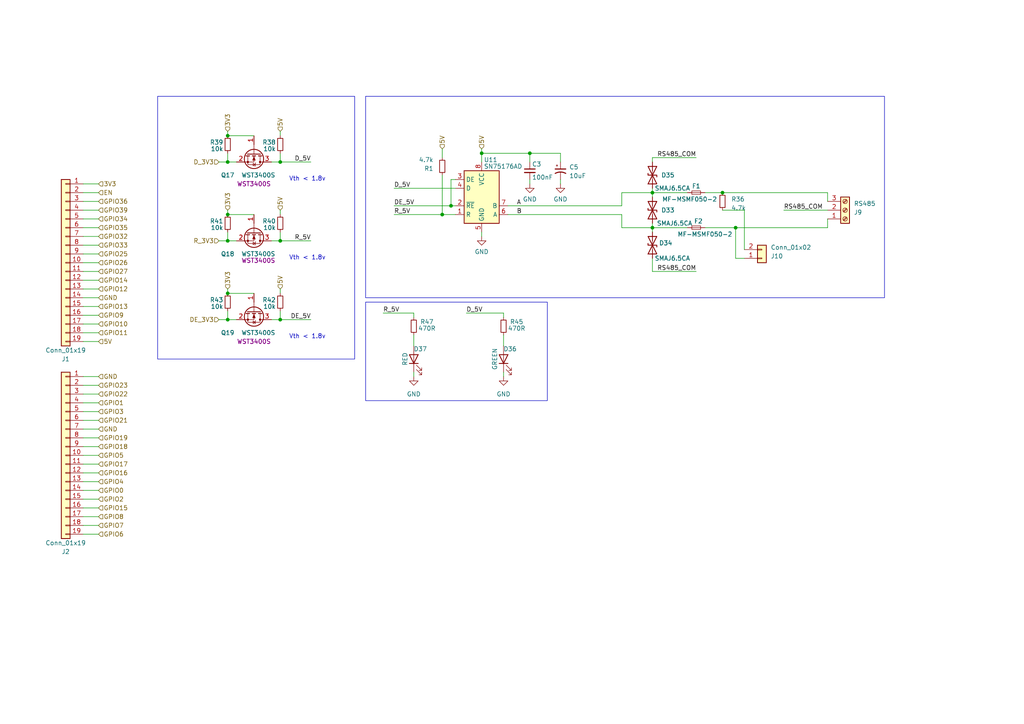
<source format=kicad_sch>
(kicad_sch (version 20220622) (generator eeschema)
  (paper "A4")
  (lib_symbols
    (symbol "Connector:Screw_Terminal_01x03" (pin_names (offset 1.016) hide)
      (property "Reference" "J" (at 0 5.08 0))
      (property "Value" "Screw_Terminal_01x03" (at 0 -5.08 0))
      (symbol "Screw_Terminal_01x03_1_1"
        (rectangle (start -1.27 3.81) (end 1.27 -3.81) (stroke (width 0.254)) (fill (type background)))
        (circle (center 0 -2.54) (radius 0.635) (stroke (width 0.1524)))
        (polyline (pts (xy -0.5334 -2.2098) (xy 0.3302 -3.048)) (stroke (width 0.1524)))
        (polyline (pts (xy -0.5334 0.3302) (xy 0.3302 -0.508)) (stroke (width 0.1524)))
        (polyline (pts (xy -0.5334 2.8702) (xy 0.3302 2.032)) (stroke (width 0.1524)))
        (polyline (pts (xy -0.3556 -2.032) (xy 0.508 -2.8702)) (stroke (width 0.1524)))
        (polyline (pts (xy -0.3556 0.508) (xy 0.508 -0.3302)) (stroke (width 0.1524)))
        (polyline (pts (xy -0.3556 3.048) (xy 0.508 2.2098)) (stroke (width 0.1524)))
        (circle (center 0 0) (radius 0.635) (stroke (width 0.1524)))
        (circle (center 0 2.54) (radius 0.635) (stroke (width 0.1524)))
        (pin passive line (at -5.08 2.54 0) (length 3.81) (name "Pin_1") (number "1"))
        (pin passive line (at -5.08 0 0) (length 3.81) (name "Pin_2") (number "2"))
        (pin passive line (at -5.08 -2.54 0) (length 3.81) (name "Pin_3") (number "3"))
      )
    )
    (symbol "Connector_Generic:Conn_01x02" (pin_names (offset 1.016) hide)
      (property "Reference" "J" (at 0 2.54 0))
      (property "Value" "Conn_01x02" (at 0 -5.08 0))
      (symbol "Conn_01x02_1_1"
        (rectangle (start -1.27 -2.413) (end 0 -2.667) (stroke (width 0.1524)))
        (rectangle (start -1.27 0.127) (end 0 -0.127) (stroke (width 0.1524)))
        (rectangle (start -1.27 1.27) (end 1.27 -3.81) (stroke (width 0.254)) (fill (type background)))
        (pin passive line (at -5.08 0 0) (length 3.81) (name "Pin_1") (number "1"))
        (pin passive line (at -5.08 -2.54 0) (length 3.81) (name "Pin_2") (number "2"))
      )
    )
    (symbol "Connector_Generic:Conn_01x19" (pin_names (offset 1.016) hide)
      (property "Reference" "J" (at 0 25.4 0))
      (property "Value" "Conn_01x19" (at 0 -25.4 0))
      (symbol "Conn_01x19_1_1"
        (rectangle (start -1.27 -22.733) (end 0 -22.987) (stroke (width 0.1524)))
        (rectangle (start -1.27 -20.193) (end 0 -20.447) (stroke (width 0.1524)))
        (rectangle (start -1.27 -17.653) (end 0 -17.907) (stroke (width 0.1524)))
        (rectangle (start -1.27 -15.113) (end 0 -15.367) (stroke (width 0.1524)))
        (rectangle (start -1.27 -12.573) (end 0 -12.827) (stroke (width 0.1524)))
        (rectangle (start -1.27 -10.033) (end 0 -10.287) (stroke (width 0.1524)))
        (rectangle (start -1.27 -7.493) (end 0 -7.747) (stroke (width 0.1524)))
        (rectangle (start -1.27 -4.953) (end 0 -5.207) (stroke (width 0.1524)))
        (rectangle (start -1.27 -2.413) (end 0 -2.667) (stroke (width 0.1524)))
        (rectangle (start -1.27 0.127) (end 0 -0.127) (stroke (width 0.1524)))
        (rectangle (start -1.27 2.667) (end 0 2.413) (stroke (width 0.1524)))
        (rectangle (start -1.27 5.207) (end 0 4.953) (stroke (width 0.1524)))
        (rectangle (start -1.27 7.747) (end 0 7.493) (stroke (width 0.1524)))
        (rectangle (start -1.27 10.287) (end 0 10.033) (stroke (width 0.1524)))
        (rectangle (start -1.27 12.827) (end 0 12.573) (stroke (width 0.1524)))
        (rectangle (start -1.27 15.367) (end 0 15.113) (stroke (width 0.1524)))
        (rectangle (start -1.27 17.907) (end 0 17.653) (stroke (width 0.1524)))
        (rectangle (start -1.27 20.447) (end 0 20.193) (stroke (width 0.1524)))
        (rectangle (start -1.27 22.987) (end 0 22.733) (stroke (width 0.1524)))
        (rectangle (start -1.27 24.13) (end 1.27 -24.13) (stroke (width 0.254)) (fill (type background)))
        (pin passive line (at -5.08 22.86 0) (length 3.81) (name "Pin_1") (number "1"))
        (pin passive line (at -5.08 0 0) (length 3.81) (name "Pin_10") (number "10"))
        (pin passive line (at -5.08 -2.54 0) (length 3.81) (name "Pin_11") (number "11"))
        (pin passive line (at -5.08 -5.08 0) (length 3.81) (name "Pin_12") (number "12"))
        (pin passive line (at -5.08 -7.62 0) (length 3.81) (name "Pin_13") (number "13"))
        (pin passive line (at -5.08 -10.16 0) (length 3.81) (name "Pin_14") (number "14"))
        (pin passive line (at -5.08 -12.7 0) (length 3.81) (name "Pin_15") (number "15"))
        (pin passive line (at -5.08 -15.24 0) (length 3.81) (name "Pin_16") (number "16"))
        (pin passive line (at -5.08 -17.78 0) (length 3.81) (name "Pin_17") (number "17"))
        (pin passive line (at -5.08 -20.32 0) (length 3.81) (name "Pin_18") (number "18"))
        (pin passive line (at -5.08 -22.86 0) (length 3.81) (name "Pin_19") (number "19"))
        (pin passive line (at -5.08 20.32 0) (length 3.81) (name "Pin_2") (number "2"))
        (pin passive line (at -5.08 17.78 0) (length 3.81) (name "Pin_3") (number "3"))
        (pin passive line (at -5.08 15.24 0) (length 3.81) (name "Pin_4") (number "4"))
        (pin passive line (at -5.08 12.7 0) (length 3.81) (name "Pin_5") (number "5"))
        (pin passive line (at -5.08 10.16 0) (length 3.81) (name "Pin_6") (number "6"))
        (pin passive line (at -5.08 7.62 0) (length 3.81) (name "Pin_7") (number "7"))
        (pin passive line (at -5.08 5.08 0) (length 3.81) (name "Pin_8") (number "8"))
        (pin passive line (at -5.08 2.54 0) (length 3.81) (name "Pin_9") (number "9"))
      )
    )
    (symbol "Device:C_Polarized_Small_US" (pin_numbers hide) (pin_names (offset 0.254) hide)
      (property "Reference" "C" (at 0.254 1.778 0))
      (property "Value" "C_Polarized_Small_US" (at 0.254 -2.032 0))
      (symbol "C_Polarized_Small_US_0_1"
        (polyline (pts (xy -1.524 0.508) (xy 1.524 0.508)) (stroke (width 0.3048)))
        (polyline (pts (xy -1.27 1.524) (xy -0.762 1.524)))
        (polyline (pts (xy -1.016 1.27) (xy -1.016 1.778)))
        (arc (start 1.524 -0.762) (mid 0 -0.3734) (end -1.524 -0.762) (stroke (width 0.3048)))
      )
      (symbol "C_Polarized_Small_US_1_1"
        (pin passive line (at 0 2.54 270) (length 2.032) (name "~") (number "1"))
        (pin passive line (at 0 -2.54 90) (length 2.032) (name "~") (number "2"))
      )
    )
    (symbol "Device:C_Small" (pin_numbers hide) (pin_names (offset 0.254) hide)
      (property "Reference" "C" (at 0.254 1.778 0))
      (property "Value" "C_Small" (at 0.254 -2.032 0))
      (symbol "C_Small_0_1"
        (polyline (pts (xy -1.524 -0.508) (xy 1.524 -0.508)) (stroke (width 0.3302)))
        (polyline (pts (xy -1.524 0.508) (xy 1.524 0.508)) (stroke (width 0.3048)))
      )
      (symbol "C_Small_1_1"
        (pin passive line (at 0 2.54 270) (length 2.032) (name "~") (number "1"))
        (pin passive line (at 0 -2.54 90) (length 2.032) (name "~") (number "2"))
      )
    )
    (symbol "Device:D_TVS" (pin_numbers hide) (pin_names (offset 1.016) hide)
      (property "Reference" "D" (at 0 2.54 0))
      (property "Value" "D_TVS" (at 0 -2.54 0))
      (symbol "D_TVS_0_1"
        (polyline (pts (xy 1.27 0) (xy -1.27 0)))
        (polyline (pts (xy 0.508 1.27) (xy 0 1.27) (xy 0 -1.27) (xy -0.508 -1.27)) (stroke (width 0.254)))
        (polyline (pts (xy -2.54 1.27) (xy -2.54 -1.27) (xy 2.54 1.27) (xy 2.54 -1.27) (xy -2.54 1.27)) (stroke (width 0.254)))
      )
      (symbol "D_TVS_1_1"
        (pin passive line (at -3.81 0 0) (length 2.54) (name "A1") (number "1"))
        (pin passive line (at 3.81 0 180) (length 2.54) (name "A2") (number "2"))
      )
    )
    (symbol "Device:Fuse_Small" (pin_numbers hide) (pin_names (offset 0.254) hide)
      (property "Reference" "F" (at 0 -1.524 0))
      (property "Value" "Fuse_Small" (at 0 1.524 0))
      (symbol "Fuse_Small_0_1"
        (rectangle (start -1.27 0.508) (end 1.27 -0.508))
        (polyline (pts (xy -1.27 0) (xy 1.27 0)))
      )
      (symbol "Fuse_Small_1_1"
        (pin passive line (at -2.54 0 0) (length 1.27) (name "~") (number "1"))
        (pin passive line (at 2.54 0 180) (length 1.27) (name "~") (number "2"))
      )
    )
    (symbol "Device:LED" (pin_numbers hide) (pin_names (offset 1.016) hide)
      (property "Reference" "D" (at 0 2.54 0))
      (property "Value" "LED" (at 0 -2.54 0))
      (symbol "LED_0_1"
        (polyline (pts (xy -1.27 -1.27) (xy -1.27 1.27)) (stroke (width 0.254)))
        (polyline (pts (xy -1.27 0) (xy 1.27 0)))
        (polyline (pts (xy 1.27 -1.27) (xy 1.27 1.27) (xy -1.27 0) (xy 1.27 -1.27)) (stroke (width 0.254)))
        (polyline (pts (xy -3.048 -0.762) (xy -4.572 -2.286) (xy -3.81 -2.286) (xy -4.572 -2.286) (xy -4.572 -1.524)))
        (polyline (pts (xy -1.778 -0.762) (xy -3.302 -2.286) (xy -2.54 -2.286) (xy -3.302 -2.286) (xy -3.302 -1.524)))
      )
      (symbol "LED_1_1"
        (pin passive line (at -3.81 0 0) (length 2.54) (name "K") (number "1"))
        (pin passive line (at 3.81 0 180) (length 2.54) (name "A") (number "2"))
      )
    )
    (symbol "Device:Q_NMOS_GSD" (pin_names (offset 0) hide)
      (property "Reference" "Q" (at 5.08 1.27 0))
      (property "Value" "Q_NMOS_GSD" (at 5.08 -1.27 0))
      (symbol "Q_NMOS_GSD_0_1"
        (polyline (pts (xy 0.254 0) (xy -2.54 0)))
        (polyline (pts (xy 0.254 1.905) (xy 0.254 -1.905)) (stroke (width 0.254)))
        (polyline (pts (xy 0.762 -1.27) (xy 0.762 -2.286)) (stroke (width 0.254)))
        (polyline (pts (xy 0.762 0.508) (xy 0.762 -0.508)) (stroke (width 0.254)))
        (polyline (pts (xy 0.762 2.286) (xy 0.762 1.27)) (stroke (width 0.254)))
        (polyline (pts (xy 2.54 2.54) (xy 2.54 1.778)))
        (polyline (pts (xy 2.54 -2.54) (xy 2.54 0) (xy 0.762 0)))
        (polyline (pts (xy 0.762 -1.778) (xy 3.302 -1.778) (xy 3.302 1.778) (xy 0.762 1.778)))
        (polyline (pts (xy 1.016 0) (xy 2.032 0.381) (xy 2.032 -0.381) (xy 1.016 0)) (fill (type outline)))
        (polyline (pts (xy 2.794 0.508) (xy 2.921 0.381) (xy 3.683 0.381) (xy 3.81 0.254)))
        (polyline (pts (xy 3.302 0.381) (xy 2.921 -0.254) (xy 3.683 -0.254) (xy 3.302 0.381)))
        (circle (center 1.651 0) (radius 2.794) (stroke (width 0.254)))
        (circle (center 2.54 -1.778) (radius 0.254) (fill (type outline)))
        (circle (center 2.54 1.778) (radius 0.254) (fill (type outline)))
      )
      (symbol "Q_NMOS_GSD_1_1"
        (pin input line (at -5.08 0 0) (length 2.54) (name "G") (number "1"))
        (pin passive line (at 2.54 -5.08 90) (length 2.54) (name "S") (number "2"))
        (pin passive line (at 2.54 5.08 270) (length 2.54) (name "D") (number "3"))
      )
    )
    (symbol "Device:R_Small" (pin_numbers hide) (pin_names (offset 0.254) hide)
      (property "Reference" "R" (at 0.762 0.508 0))
      (property "Value" "R_Small" (at 0.762 -1.016 0))
      (symbol "R_Small_0_1"
        (rectangle (start -0.762 1.778) (end 0.762 -1.778) (stroke (width 0.2032)))
      )
      (symbol "R_Small_1_1"
        (pin passive line (at 0 2.54 270) (length 0.762) (name "~") (number "1"))
        (pin passive line (at 0 -2.54 90) (length 0.762) (name "~") (number "2"))
      )
    )
    (symbol "Interface_UART:SN75176AD"
      (property "Reference" "U" (at -4.318 8.89 0))
      (property "Value" "SN75176AD" (at 1.016 8.89 0))
      (symbol "SN75176AD_0_1"
        (rectangle (start -5.08 7.62) (end 5.08 -7.62) (stroke (width 0.254)) (fill (type background)))
      )
      (symbol "SN75176AD_1_1"
        (pin output line (at -7.62 -5.08 0) (length 2.54) (name "R") (number "1"))
        (pin input line (at -7.62 -2.54 0) (length 2.54) (name "~{RE}") (number "2"))
        (pin input line (at -7.62 5.08 0) (length 2.54) (name "DE") (number "3"))
        (pin input line (at -7.62 2.54 0) (length 2.54) (name "D") (number "4"))
        (pin power_in line (at 0 -10.16 90) (length 2.54) (name "GND") (number "5"))
        (pin bidirectional line (at 7.62 -5.08 180) (length 2.54) (name "A") (number "6"))
        (pin bidirectional line (at 7.62 -2.54 180) (length 2.54) (name "B") (number "7"))
        (pin power_in line (at 0 10.16 270) (length 2.54) (name "VCC") (number "8"))
      )
    )
    (symbol "power:GND" (power) (pin_names (offset 0))
      (property "Value" "GND" (at 0 -3.81 0))
      (symbol "GND_0_1"
        (polyline (pts (xy 0 0) (xy 0 -1.27) (xy 1.27 -1.27) (xy 0 -2.54) (xy -1.27 -1.27) (xy 0 -1.27)))
      )
      (symbol "GND_1_1"
        (pin power_in line (at 0 0 270) (length 0) hide (name "GND") (number "1"))
      )
    )
  )
  (junction (at 189.23 55.88))
  (junction (at 213.36 66.04))
  (junction (at 189.23 66.04))
  (junction (at 139.7 44.45))
  (junction (at 66.04 39.37))
  (junction (at 66.04 46.99))
  (junction (at 66.04 69.85))
  (junction (at 81.28 46.99))
  (junction (at 153.67 44.45))
  (junction (at 66.04 62.23))
  (junction (at 66.04 85.09))
  (junction (at 81.28 92.71))
  (junction (at 66.04 92.71))
  (junction (at 81.28 69.85))
  (junction (at 128.27 62.23))
  (junction (at 130.81 59.69))
  (junction (at 209.55 55.88))
  (wire (pts (xy 147.32 59.69) (xy 180.34 59.69)))
  (wire (pts (xy 146.05 107.95) (xy 146.05 109.22)))
  (wire (pts (xy 24.13 81.28) (xy 28.575 81.28)))
  (wire (pts (xy 24.13 114.3) (xy 28.575 114.3)))
  (wire (pts (xy 24.13 66.04) (xy 28.575 66.04)))
  (wire (pts (xy 24.13 55.88) (xy 28.575 55.88)))
  (wire (pts (xy 24.13 134.62) (xy 28.575 134.62)))
  (wire (pts (xy 162.56 52.07) (xy 162.56 53.34)))
  (wire (pts (xy 81.28 38.1) (xy 81.28 39.37)))
  (wire (pts (xy 147.32 62.23) (xy 180.34 62.23)))
  (wire (pts (xy 215.9 74.93) (xy 213.36 74.93)))
  (wire (pts (xy 24.13 144.78) (xy 28.575 144.78)))
  (wire (pts (xy 189.23 64.77) (xy 189.23 66.04)))
  (wire (pts (xy 130.81 59.69) (xy 130.81 52.07)))
  (wire (pts (xy 81.28 92.71) (xy 78.74 92.71)))
  (wire (pts (xy 189.23 55.88) (xy 199.39 55.88)))
  (wire (pts (xy 63.5 69.85) (xy 66.04 69.85)))
  (wire (pts (xy 24.13 139.7) (xy 28.575 139.7)))
  (wire (pts (xy 66.04 83.82) (xy 66.04 85.09)))
  (wire (pts (xy 81.28 60.96) (xy 81.28 62.23)))
  (wire (pts (xy 130.81 52.07) (xy 132.08 52.07)))
  (wire (pts (xy 189.23 46.99) (xy 189.23 45.72)))
  (wire (pts (xy 24.13 96.52) (xy 28.575 96.52)))
  (wire (pts (xy 24.13 137.16) (xy 28.575 137.16)))
  (wire (pts (xy 81.28 69.85) (xy 90.17 69.85)))
  (wire (pts (xy 81.28 69.85) (xy 78.74 69.85)))
  (wire (pts (xy 204.47 55.88) (xy 209.55 55.88)))
  (wire (pts (xy 215.9 60.96) (xy 215.9 72.39)))
  (wire (pts (xy 135.255 90.805) (xy 146.05 90.805)))
  (wire (pts (xy 24.13 63.5) (xy 28.575 63.5)))
  (wire (pts (xy 180.34 55.88) (xy 189.23 55.88)))
  (wire (pts (xy 24.13 154.94) (xy 28.575 154.94)))
  (wire (pts (xy 153.67 52.07) (xy 153.67 53.34)))
  (wire (pts (xy 66.04 60.96) (xy 66.04 62.23)))
  (wire (pts (xy 162.56 46.99) (xy 162.56 44.45)))
  (wire (pts (xy 120.015 90.805) (xy 111.125 90.805)))
  (wire (pts (xy 63.5 92.71) (xy 66.04 92.71)))
  (wire (pts (xy 189.23 55.88) (xy 189.23 57.15)))
  (wire (pts (xy 213.36 66.04) (xy 240.03 66.04)))
  (wire (pts (xy 24.13 119.38) (xy 28.575 119.38)))
  (wire (pts (xy 24.13 132.08) (xy 28.575 132.08)))
  (wire (pts (xy 73.66 62.23) (xy 66.04 62.23)))
  (wire (pts (xy 66.04 46.99) (xy 66.04 44.45)))
  (wire (pts (xy 66.04 92.71) (xy 66.04 90.17)))
  (wire (pts (xy 81.28 46.99) (xy 78.74 46.99)))
  (wire (pts (xy 114.3 62.23) (xy 128.27 62.23)))
  (wire (pts (xy 81.28 90.17) (xy 81.28 92.71)))
  (wire (pts (xy 146.05 90.805) (xy 146.05 92.075)))
  (wire (pts (xy 68.58 46.99) (xy 66.04 46.99)))
  (wire (pts (xy 204.47 66.04) (xy 213.36 66.04)))
  (wire (pts (xy 189.23 78.74) (xy 201.93 78.74)))
  (wire (pts (xy 24.13 76.2) (xy 28.575 76.2)))
  (wire (pts (xy 24.13 71.12) (xy 28.575 71.12)))
  (wire (pts (xy 66.04 69.85) (xy 66.04 67.31)))
  (wire (pts (xy 24.13 124.46) (xy 28.575 124.46)))
  (wire (pts (xy 189.23 74.93) (xy 189.23 78.74)))
  (wire (pts (xy 209.55 55.88) (xy 240.03 55.88)))
  (wire (pts (xy 139.7 43.18) (xy 139.7 44.45)))
  (wire (pts (xy 189.23 66.04) (xy 199.39 66.04)))
  (wire (pts (xy 240.03 63.5) (xy 240.03 66.04)))
  (wire (pts (xy 139.7 46.99) (xy 139.7 44.45)))
  (wire (pts (xy 153.67 44.45) (xy 153.67 46.99)))
  (wire (pts (xy 24.13 93.98) (xy 28.575 93.98)))
  (wire (pts (xy 114.3 54.61) (xy 132.08 54.61)))
  (wire (pts (xy 180.34 62.23) (xy 180.34 66.04)))
  (wire (pts (xy 24.13 142.24) (xy 28.575 142.24)))
  (wire (pts (xy 213.36 74.93) (xy 213.36 66.04)))
  (wire (pts (xy 24.13 58.42) (xy 28.575 58.42)))
  (wire (pts (xy 24.13 147.32) (xy 28.575 147.32)))
  (wire (pts (xy 24.13 78.74) (xy 28.575 78.74)))
  (wire (pts (xy 132.08 59.69) (xy 130.81 59.69)))
  (wire (pts (xy 24.13 53.34) (xy 28.575 53.34)))
  (wire (pts (xy 24.13 111.76) (xy 28.575 111.76)))
  (wire (pts (xy 24.13 86.36) (xy 28.575 86.36)))
  (wire (pts (xy 24.13 109.22) (xy 28.575 109.22)))
  (wire (pts (xy 189.23 54.61) (xy 189.23 55.88)))
  (wire (pts (xy 139.7 67.31) (xy 139.7 68.58)))
  (wire (pts (xy 128.27 45.72) (xy 128.27 43.18)))
  (wire (pts (xy 24.13 68.58) (xy 28.575 68.58)))
  (wire (pts (xy 24.13 60.96) (xy 28.575 60.96)))
  (wire (pts (xy 66.04 38.1) (xy 66.04 39.37)))
  (wire (pts (xy 189.23 45.72) (xy 201.93 45.72)))
  (wire (pts (xy 139.7 44.45) (xy 153.67 44.45)))
  (wire (pts (xy 81.28 46.99) (xy 90.17 46.99)))
  (wire (pts (xy 128.27 62.23) (xy 132.08 62.23)))
  (wire (pts (xy 63.5 46.99) (xy 66.04 46.99)))
  (wire (pts (xy 24.13 152.4) (xy 28.575 152.4)))
  (wire (pts (xy 68.58 69.85) (xy 66.04 69.85)))
  (wire (pts (xy 81.28 67.31) (xy 81.28 69.85)))
  (wire (pts (xy 24.13 73.66) (xy 28.575 73.66)))
  (wire (pts (xy 24.13 121.92) (xy 28.575 121.92)))
  (wire (pts (xy 24.13 116.84) (xy 28.575 116.84)))
  (wire (pts (xy 120.015 90.805) (xy 120.015 92.075)))
  (wire (pts (xy 120.015 107.95) (xy 120.015 109.22)))
  (wire (pts (xy 81.28 83.82) (xy 81.28 85.09)))
  (wire (pts (xy 81.28 92.71) (xy 90.17 92.71)))
  (wire (pts (xy 240.03 58.42) (xy 240.03 55.88)))
  (wire (pts (xy 128.27 50.8) (xy 128.27 62.23)))
  (wire (pts (xy 114.3 59.69) (xy 130.81 59.69)))
  (wire (pts (xy 24.13 127) (xy 28.575 127)))
  (wire (pts (xy 24.13 99.06) (xy 28.575 99.06)))
  (wire (pts (xy 180.34 66.04) (xy 189.23 66.04)))
  (wire (pts (xy 227.33 60.96) (xy 240.03 60.96)))
  (wire (pts (xy 68.58 92.71) (xy 66.04 92.71)))
  (wire (pts (xy 162.56 44.45) (xy 153.67 44.45)))
  (wire (pts (xy 180.34 59.69) (xy 180.34 55.88)))
  (wire (pts (xy 146.05 97.155) (xy 146.05 100.33)))
  (wire (pts (xy 24.13 88.9) (xy 28.575 88.9)))
  (wire (pts (xy 24.13 91.44) (xy 28.575 91.44)))
  (wire (pts (xy 73.66 85.09) (xy 66.04 85.09)))
  (wire (pts (xy 81.28 44.45) (xy 81.28 46.99)))
  (wire (pts (xy 120.015 97.155) (xy 120.015 100.33)))
  (wire (pts (xy 24.13 83.82) (xy 28.575 83.82)))
  (wire (pts (xy 209.55 60.96) (xy 215.9 60.96)))
  (wire (pts (xy 24.13 149.86) (xy 28.575 149.86)))
  (wire (pts (xy 73.66 39.37) (xy 66.04 39.37)))
  (wire (pts (xy 24.13 129.54) (xy 28.575 129.54)))
  (wire (pts (xy 189.23 66.04) (xy 189.23 67.31)))
  (rectangle (start 45.72 27.94) (end 102.87 104.14))
  (rectangle (start 106.045 87.63) (end 158.75 116.205))
  (rectangle (start 106.045 27.94) (end 256.54 86.36))
  (text "Vth < 1.8v" (at 83.82 75.565 0) (effects (font (size 1.27 1.27)) (justify left bottom)))
  (text "Vth < 1.8v" (at 83.82 98.425 0) (effects (font (size 1.27 1.27)) (justify left bottom)))
  (text "Vth < 1.8v" (at 83.82 52.705 0) (effects (font (size 1.27 1.27)) (justify left bottom)))
  (label "B" (at 149.86 62.23 0))
  (label "D_5V" (at 135.255 90.805 0))
  (label "R_5V" (at 111.125 90.805 0))
  (label "RS485_COM" (at 227.33 60.96 0))
  (label "DE_5V" (at 90.17 92.71 180))
  (label "R_5V" (at 114.3 62.23 0))
  (label "D_5V" (at 114.3 54.61 0))
  (label "A" (at 149.86 59.69 0))
  (label "RS485_COM" (at 201.93 78.74 180))
  (label "R_5V" (at 90.17 69.85 180))
  (label "RS485_COM" (at 201.93 45.72 180))
  (label "DE_5V" (at 114.3 59.69 0))
  (label "D_5V" (at 90.17 46.99 180))
  (hierarchical_label "GPIO18" (shape input) (at 28.575 129.54 0))
  (hierarchical_label "GPIO0" (shape input) (at 28.575 142.24 0))
  (hierarchical_label "5V" (shape input) (at 81.28 60.96 90))
  (hierarchical_label "GPIO6" (shape input) (at 28.575 154.94 0))
  (hierarchical_label "GPIO13" (shape input) (at 28.575 88.9 0))
  (hierarchical_label "5V" (shape input) (at 81.28 38.1 90))
  (hierarchical_label "GPIO39" (shape input) (at 28.575 60.96 0))
  (hierarchical_label "3V3" (shape input) (at 66.04 60.96 90))
  (hierarchical_label "GPIO34" (shape input) (at 28.575 63.5 0))
  (hierarchical_label "GPIO32" (shape input) (at 28.575 68.58 0))
  (hierarchical_label "GPIO7" (shape input) (at 28.575 152.4 0))
  (hierarchical_label "GPIO35" (shape input) (at 28.575 66.04 0))
  (hierarchical_label "5V" (shape input) (at 128.27 43.18 90))
  (hierarchical_label "GPIO12" (shape input) (at 28.575 83.82 0))
  (hierarchical_label "GPIO3" (shape input) (at 28.575 119.38 0))
  (hierarchical_label "GPIO5" (shape input) (at 28.575 132.08 0))
  (hierarchical_label "R_3V3" (shape input) (at 63.5 69.85 180))
  (hierarchical_label "5V" (shape input) (at 81.28 83.82 90))
  (hierarchical_label "GPIO22" (shape input) (at 28.575 114.3 0))
  (hierarchical_label "GPIO15" (shape input) (at 28.575 147.32 0))
  (hierarchical_label "3V3" (shape input) (at 66.04 38.1 90))
  (hierarchical_label "GPIO11" (shape input) (at 28.575 96.52 0))
  (hierarchical_label "GPIO2" (shape input) (at 28.575 144.78 0))
  (hierarchical_label "GPIO17" (shape input) (at 28.575 134.62 0))
  (hierarchical_label "GPIO4" (shape input) (at 28.575 139.7 0))
  (hierarchical_label "DE_3V3" (shape input) (at 63.5 92.71 180))
  (hierarchical_label "GPIO33" (shape input) (at 28.575 71.12 0))
  (hierarchical_label "GPIO9" (shape input) (at 28.575 91.44 0))
  (hierarchical_label "GPIO16" (shape input) (at 28.575 137.16 0))
  (hierarchical_label "GPIO27" (shape input) (at 28.575 78.74 0))
  (hierarchical_label "GPIO25" (shape input) (at 28.575 73.66 0))
  (hierarchical_label "GPIO1" (shape input) (at 28.575 116.84 0))
  (hierarchical_label "GPIO8" (shape input) (at 28.575 149.86 0))
  (hierarchical_label "GPIO36" (shape input) (at 28.575 58.42 0))
  (hierarchical_label "GND" (shape input) (at 28.575 124.46 0))
  (hierarchical_label "GPIO23" (shape input) (at 28.575 111.76 0))
  (hierarchical_label "GPIO14" (shape input) (at 28.575 81.28 0))
  (hierarchical_label "GPIO19" (shape input) (at 28.575 127 0))
  (hierarchical_label "GND" (shape input) (at 28.575 86.36 0))
  (hierarchical_label "5V" (shape input) (at 139.7 43.18 90))
  (hierarchical_label "GND" (shape input) (at 28.575 109.22 0))
  (hierarchical_label "3V3" (shape input) (at 28.575 53.34 0))
  (hierarchical_label "GPIO10" (shape input) (at 28.575 93.98 0))
  (hierarchical_label "EN" (shape input) (at 28.575 55.88 0))
  (hierarchical_label "D_3V3" (shape input) (at 63.5 46.99 180))
  (hierarchical_label "GPIO21" (shape input) (at 28.575 121.92 0))
  (hierarchical_label "5V" (shape input) (at 28.575 99.06 0))
  (hierarchical_label "GPIO26" (shape input) (at 28.575 76.2 0))
  (hierarchical_label "3V3" (shape input) (at 66.04 83.82 90))
  (symbol (lib_id "power:GND") (at 162.56 53.34 0) (unit 1)
    (default_instance (reference "#PWR") (unit 1) (value "GND") (footprint ""))
    (property "Reference" "#PWR0109" (effects hide))
    (property "Value" "GND" (at 162.56 57.785 0))
  )
  (symbol (lib_id "power:GND") (at 120.015 109.22 0) (unit 1)
    (default_instance (reference "#PWR") (unit 1) (value "GND") (footprint ""))
    (property "Reference" "#PWR?" (effects hide))
    (property "Value" "GND" (at 120.015 114.3 0))
  )
  (symbol (lib_id "Device:Q_NMOS_GSD") (at 73.66 44.45 270) (unit 1)
    (default_instance (reference "U") (unit 1) (value "") (footprint ""))
    (property "Reference" "Q17" (at 66.04 50.8 90))
    (property "Value" "WST3400S" (at 74.93 50.8 90))
    (property "Footprint" "Library:SOT-23" (effects hide))
    (property "MPN" "WST3400S" (at 73.66 53.34 90))
    (property "Description" "AO3400 analog" (effects hide))
    (property "Manufacturer" "Winsok Semicon" (effects hide))
    (property "SOURCE" "lcsc" (effects hide))
    (property "SRCPN" "C105164" (effects hide))
    (property "SRC_USD_Q1000" "0.0306" (effects hide))
    (property "STOCK" "WST3400S" (effects hide))
  )
  (symbol (lib_id "Device:D_TVS") (at 189.23 50.8 90) (unit 1)
    (default_instance (reference "D") (unit 1) (value "D_TVS") (footprint ""))
    (property "Reference" "D35" (at 191.77 50.8 90) (effects (justify right)))
    (property "Value" "SMAJ6.5CA" (at 189.865 54.61 90) (effects (justify right)))
    (property "Footprint" "Library:D_SMA" (effects hide))
  )
  (symbol (lib_id "Device:C_Small") (at 153.67 49.53 0) (unit 1)
    (default_instance (reference "C") (unit 1) (value "C_Small") (footprint ""))
    (property "Reference" "C3" (at 154.305 47.625 0) (effects (justify left)))
    (property "Value" "100nF" (at 154.305 51.435 0) (effects (justify left)))
    (property "Footprint" "Library:C_0603_1608Metric" (effects hide))
  )
  (symbol (lib_id "Device:R_Small") (at 66.04 87.63 0) (mirror y) (unit 1)
    (default_instance (reference "R") (unit 1) (value "R_Small") (footprint ""))
    (property "Reference" "R43" (at 64.77 86.995 0) (effects (justify left)))
    (property "Value" "10k" (at 64.77 88.9 0) (effects (justify left)))
    (property "Footprint" "Library:R_0603_1608Metric" (effects hide))
  )
  (symbol (lib_id "Connector:Screw_Terminal_01x03") (at 245.11 60.96 0) (mirror x) (unit 1)
    (default_instance (reference "J") (unit 1) (value "Screw_Terminal_01x03") (footprint ""))
    (property "Reference" "J9" (at 247.65 61.595 0) (effects (justify left)))
    (property "Value" "RS485" (at 247.65 59.055 0) (effects (justify left)))
    (property "Footprint" "Connector_Phoenix_MC:PhoenixContact_MC_1,5_3-G-3.5_1x03_P3.50mm_Horizontal" (effects hide))
  )
  (symbol (lib_id "Device:D_TVS") (at 189.23 71.12 90) (unit 1)
    (default_instance (reference "D") (unit 1) (value "D_TVS") (footprint ""))
    (property "Reference" "D34" (at 191.135 70.485 90) (effects (justify right)))
    (property "Value" "SMAJ6.5CA" (at 189.865 74.93 90) (effects (justify right)))
    (property "Footprint" "Library:D_SMA" (effects hide))
  )
  (symbol (lib_id "Connector_Generic:Conn_01x19") (at 19.05 76.2 0) (mirror y) (unit 1)
    (default_instance (reference "J") (unit 1) (value "Conn_01x19") (footprint ""))
    (property "Reference" "J1" (at 19.05 104.14 0))
    (property "Value" "Conn_01x19" (at 19.05 101.6 0))
    (property "Footprint" "Connector_PinSocket_2.54mm:PinSocket_1x19_P2.54mm_Vertical" (effects hide))
  )
  (symbol (lib_id "power:GND") (at 153.67 53.34 0) (unit 1)
    (default_instance (reference "#PWR") (unit 1) (value "GND") (footprint ""))
    (property "Reference" "#PWR0139" (effects hide))
    (property "Value" "GND" (at 153.67 57.785 0))
  )
  (symbol (lib_id "Device:R_Small") (at 81.28 41.91 0) (mirror y) (unit 1)
    (default_instance (reference "R") (unit 1) (value "R_Small") (footprint ""))
    (property "Reference" "R38" (at 80.01 41.275 0) (effects (justify left)))
    (property "Value" "10k" (at 80.01 43.18 0) (effects (justify left)))
    (property "Footprint" "Library:R_0603_1608Metric" (effects hide))
  )
  (symbol (lib_id "Device:R_Small") (at 209.55 58.42 0) (unit 1)
    (default_instance (reference "R") (unit 1) (value "R_Small") (footprint ""))
    (property "Reference" "R36" (at 212.09 57.785 0) (effects (justify left)))
    (property "Value" "4.7k" (at 212.09 60.325 0) (effects (justify left)))
    (property "Footprint" "Library:R_0603_1608Metric" (effects hide))
  )
  (symbol (lib_id "Device:LED") (at 146.05 104.14 90) (unit 1)
    (default_instance (reference "U") (unit 1) (value "") (footprint ""))
    (property "Reference" "D36" (at 147.955 101.219 90))
    (property "Value" "GREEN" (at 143.51 104.14 0))
    (property "Footprint" "Library:LED_0603_1608Metric" (effects hide))
    (property "LCSC" "C72043" (effects hide))
    (property "LCSC_ext" "0" (effects hide))
    (property "STOCK" "SML-D12P8WT86K" (effects hide))
  )
  (symbol (lib_id "Device:R_Small") (at 120.015 94.615 0) (unit 1)
    (default_instance (reference "U") (unit 1) (value "") (footprint ""))
    (property "Reference" "R47" (at 123.825 93.345 0))
    (property "Value" "470R" (at 123.825 95.25 0))
    (property "Footprint" "Library:R_0603_1608Metric" (effects hide))
    (property "STOCK" "0603J0471T5E" (effects hide))
  )
  (symbol (lib_id "Connector_Generic:Conn_01x19") (at 19.05 132.08 0) (mirror y) (unit 1)
    (default_instance (reference "J") (unit 1) (value "Conn_01x19") (footprint ""))
    (property "Reference" "J2" (at 19.05 160.02 0))
    (property "Value" "Conn_01x19" (at 19.05 157.48 0))
    (property "Footprint" "Connector_PinSocket_2.54mm:PinSocket_1x19_P2.54mm_Vertical" (effects hide))
  )
  (symbol (lib_id "Device:R_Small") (at 66.04 64.77 0) (mirror y) (unit 1)
    (default_instance (reference "R") (unit 1) (value "R_Small") (footprint ""))
    (property "Reference" "R41" (at 64.77 64.135 0) (effects (justify left)))
    (property "Value" "10k" (at 64.77 66.04 0) (effects (justify left)))
    (property "Footprint" "Library:R_0603_1608Metric" (effects hide))
  )
  (symbol (lib_id "Device:R_Small") (at 81.28 64.77 0) (mirror y) (unit 1)
    (default_instance (reference "R") (unit 1) (value "R_Small") (footprint ""))
    (property "Reference" "R40" (at 80.01 64.135 0) (effects (justify left)))
    (property "Value" "10k" (at 80.01 66.04 0) (effects (justify left)))
    (property "Footprint" "Library:R_0603_1608Metric" (effects hide))
  )
  (symbol (lib_id "Device:R_Small") (at 128.27 48.26 180) (unit 1)
    (default_instance (reference "R") (unit 1) (value "R_Small") (footprint ""))
    (property "Reference" "R1" (at 125.73 48.895 0) (effects (justify left)))
    (property "Value" "4.7k" (at 125.73 46.355 0) (effects (justify left)))
    (property "Footprint" "Library:R_0603_1608Metric" (effects hide))
  )
  (symbol (lib_id "Device:Fuse_Small") (at 201.93 66.04 0) (unit 1)
    (default_instance (reference "F") (unit 1) (value "Fuse_Small") (footprint ""))
    (property "Reference" "F2" (at 202.565 64.135 0))
    (property "Value" "MF-MSMF050-2" (at 204.47 67.945 0))
    (property "Footprint" "Library:Fuse_1812_4532Metric" (effects hide))
  )
  (symbol (lib_id "Device:Fuse_Small") (at 201.93 55.88 0) (unit 1)
    (default_instance (reference "F") (unit 1) (value "Fuse_Small") (footprint ""))
    (property "Reference" "F1" (at 201.93 53.975 0))
    (property "Value" "MF-MSMF050-2" (at 200.025 57.785 0))
    (property "Footprint" "Library:Fuse_1812_4532Metric" (effects hide))
  )
  (symbol (lib_id "Device:D_TVS") (at 189.23 60.96 90) (unit 1)
    (default_instance (reference "D") (unit 1) (value "D_TVS") (footprint ""))
    (property "Reference" "D33" (at 191.77 60.96 90) (effects (justify right)))
    (property "Value" "SMAJ6.5CA" (at 190.5 64.77 90) (effects (justify right)))
    (property "Footprint" "Library:D_SMA" (effects hide))
  )
  (symbol (lib_id "Device:Q_NMOS_GSD") (at 73.66 67.31 270) (unit 1)
    (default_instance (reference "U") (unit 1) (value "") (footprint ""))
    (property "Reference" "Q18" (at 66.04 73.66 90))
    (property "Value" "WST3400S" (at 74.93 73.66 90))
    (property "Footprint" "Library:SOT-23" (effects hide))
    (property "MPN" "WST3400S" (at 74.93 75.565 90))
    (property "Description" "AO3400 analog" (effects hide))
    (property "Manufacturer" "Winsok Semicon" (effects hide))
    (property "SOURCE" "lcsc" (effects hide))
    (property "SRCPN" "C105164" (effects hide))
    (property "SRC_USD_Q1000" "0.0306" (effects hide))
    (property "STOCK" "WST3400S" (effects hide))
  )
  (symbol (lib_id "Device:LED") (at 120.015 104.14 90) (unit 1)
    (default_instance (reference "U") (unit 1) (value "") (footprint ""))
    (property "Reference" "D37" (at 121.92 101.219 90))
    (property "Value" "RED" (at 117.475 104.14 0))
    (property "Footprint" "Library:LED_0603_1608Metric" (effects hide))
    (property "LCSC" "C72043" (effects hide))
    (property "LCSC_ext" "0" (effects hide))
    (property "STOCK" "SML-D12P8WT86K" (effects hide))
  )
  (symbol (lib_id "Device:Q_NMOS_GSD") (at 73.66 90.17 270) (unit 1)
    (default_instance (reference "U") (unit 1) (value "") (footprint ""))
    (property "Reference" "Q19" (at 66.04 96.52 90))
    (property "Value" "WST3400S" (at 74.93 96.52 90))
    (property "Footprint" "Library:SOT-23" (effects hide))
    (property "MPN" "WST3400S" (at 73.66 99.06 90))
    (property "Description" "AO3400 analog" (effects hide))
    (property "Manufacturer" "Winsok Semicon" (effects hide))
    (property "SOURCE" "lcsc" (effects hide))
    (property "SRCPN" "C105164" (effects hide))
    (property "SRC_USD_Q1000" "0.0306" (effects hide))
    (property "STOCK" "WST3400S" (effects hide))
  )
  (symbol (lib_id "Interface_UART:SN75176AD") (at 139.7 57.15 0) (unit 1)
    (default_instance (reference "U") (unit 1) (value "SN75176AD") (footprint "Package_SO:SOIC-8_3.9x4.9mm_P1.27mm"))
    (property "Reference" "U11" (at 140.335 46.355 0) (effects (justify left)))
    (property "Value" "SN75176AD" (at 140.335 48.26 0) (effects (justify left)))
    (property "Footprint" "Library:SO08" (effects hide))
    (property "Datasheet" "http://www.ti.com/lit/ds/symlink/sn75176a.pdf" (effects hide))
  )
  (symbol (lib_id "Device:R_Small") (at 81.28 87.63 0) (mirror y) (unit 1)
    (default_instance (reference "R") (unit 1) (value "R_Small") (footprint ""))
    (property "Reference" "R42" (at 80.01 86.995 0) (effects (justify left)))
    (property "Value" "10k" (at 80.01 88.9 0) (effects (justify left)))
    (property "Footprint" "Library:R_0603_1608Metric" (effects hide))
  )
  (symbol (lib_id "power:GND") (at 139.7 68.58 0) (unit 1)
    (default_instance (reference "#PWR") (unit 1) (value "GND") (footprint ""))
    (property "Reference" "#PWR0119" (effects hide))
    (property "Value" "GND" (at 139.7 73.025 0))
  )
  (symbol (lib_id "Device:R_Small") (at 66.04 41.91 0) (mirror y) (unit 1)
    (default_instance (reference "R") (unit 1) (value "R_Small") (footprint ""))
    (property "Reference" "R39" (at 64.77 41.275 0) (effects (justify left)))
    (property "Value" "10k" (at 64.77 43.18 0) (effects (justify left)))
    (property "Footprint" "Library:R_0603_1608Metric" (effects hide))
  )
  (symbol (lib_id "Device:C_Polarized_Small_US") (at 162.56 49.53 0) (unit 1)
    (default_instance (reference "C") (unit 1) (value "C_Polarized_Small_US") (footprint ""))
    (property "Reference" "C5" (at 165.1 48.4632 0) (effects (justify left)))
    (property "Value" "10uF" (at 165.1 51.0032 0) (effects (justify left)))
    (property "Footprint" "Library:CP_EIA-3528-21_Kemet-B" (effects hide))
  )
  (symbol (lib_id "Connector_Generic:Conn_01x02") (at 220.98 74.93 0) (mirror x) (unit 1)
    (default_instance (reference "J") (unit 1) (value "Conn_01x02") (footprint ""))
    (property "Reference" "J10" (at 223.52 74.295 0) (effects (justify left)))
    (property "Value" "Conn_01x02" (at 223.52 71.755 0) (effects (justify left)))
    (property "Footprint" "Library:PinHeader_1x02_P2.54mm_Vertical" (effects hide))
  )
  (symbol (lib_id "power:GND") (at 146.05 109.22 0) (unit 1)
    (default_instance (reference "#PWR") (unit 1) (value "GND") (footprint ""))
    (property "Reference" "#PWR?" (effects hide))
    (property "Value" "GND" (at 146.05 114.3 0))
  )
  (symbol (lib_id "Device:R_Small") (at 146.05 94.615 0) (unit 1)
    (default_instance (reference "U") (unit 1) (value "") (footprint ""))
    (property "Reference" "R45" (at 149.86 93.345 0))
    (property "Value" "470R" (at 149.86 95.25 0))
    (property "Footprint" "Library:R_0603_1608Metric" (effects hide))
    (property "STOCK" "0603J0471T5E" (effects hide))
  )
)
</source>
